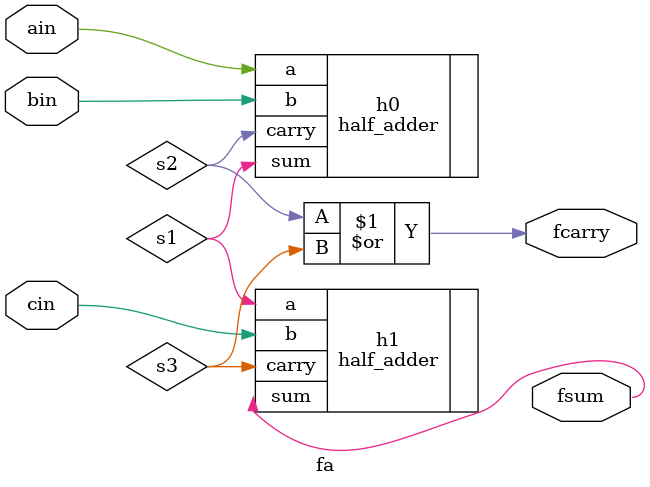
<source format=v>
module fa (
  input ain,bin,cin,
  output fsum,fcarry);

wire s1;
wire s2;
wire s3;

half_adder h0 (.a(ain),.b(bin),.sum(s1),.carry(s2));
half_adder h1 (.a(s1),.b(cin),.sum(fsum),.carry(s3));

or (fcarry,s2,s3);

endmodule




</source>
